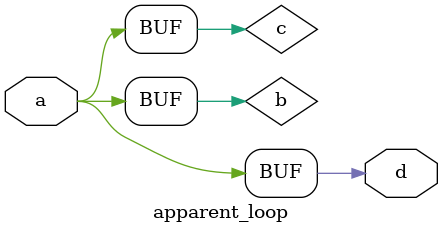
<source format=sv>
module apparent_loop (
    a,
    d
);
  input a;
  output d;
  reg b, d;
  wire c;
  always @(a or c) begin
    b = a;
    d = c;
  end
  assign c = a & b;
endmodule
//In above case, the change of 'c' will cause the always block be 
//evaluated again. Following is a way to fix the problem. 

</source>
